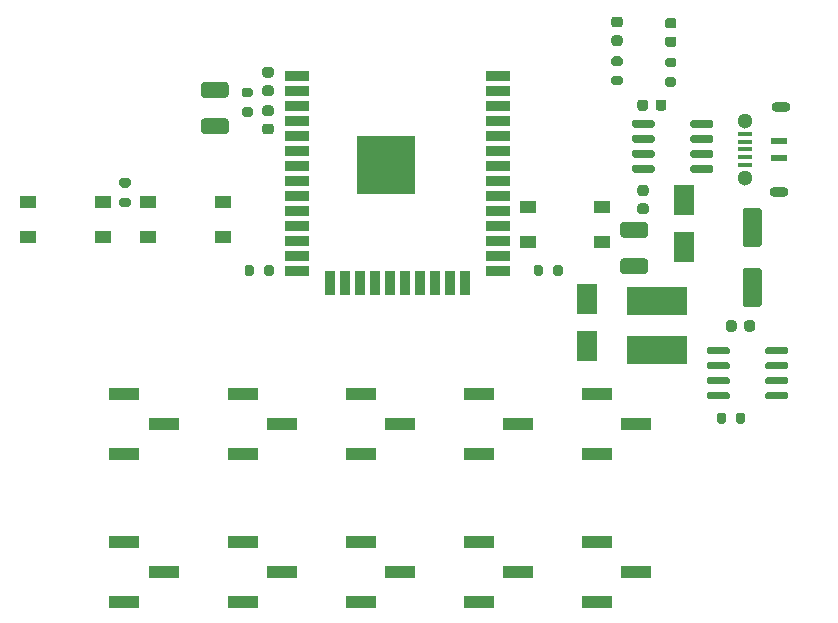
<source format=gbr>
G04 #@! TF.GenerationSoftware,KiCad,Pcbnew,(5.1.10-1-10_14)*
G04 #@! TF.CreationDate,2021-09-22T09:52:58+10:00*
G04 #@! TF.ProjectId,esp32_smart_keezer,65737033-325f-4736-9d61-72745f6b6565,1*
G04 #@! TF.SameCoordinates,Original*
G04 #@! TF.FileFunction,Paste,Top*
G04 #@! TF.FilePolarity,Positive*
%FSLAX46Y46*%
G04 Gerber Fmt 4.6, Leading zero omitted, Abs format (unit mm)*
G04 Created by KiCad (PCBNEW (5.1.10-1-10_14)) date 2021-09-22 09:52:58*
%MOMM*%
%LPD*%
G01*
G04 APERTURE LIST*
%ADD10C,1.300000*%
%ADD11O,1.600000X0.850000*%
%ADD12R,1.350000X0.600000*%
%ADD13R,1.250000X0.400000*%
%ADD14R,5.000000X5.000000*%
%ADD15R,2.000000X0.900000*%
%ADD16R,0.900000X2.000000*%
%ADD17R,1.400000X1.000000*%
%ADD18R,2.510000X1.000000*%
%ADD19R,1.800000X2.500000*%
%ADD20R,5.100000X2.350000*%
G04 APERTURE END LIST*
D10*
X171050000Y-86000000D03*
X171050000Y-90800000D03*
D11*
X174050000Y-84800000D03*
D12*
X173950000Y-87650000D03*
X173950000Y-89150000D03*
D11*
X173950000Y-92000000D03*
D13*
X171050000Y-87100000D03*
X171050000Y-87750000D03*
X171050000Y-88400000D03*
X171050000Y-89050000D03*
X171050000Y-89700000D03*
G36*
G01*
X130400000Y-86225000D02*
X130900000Y-86225000D01*
G75*
G02*
X131125000Y-86450000I0J-225000D01*
G01*
X131125000Y-86900000D01*
G75*
G02*
X130900000Y-87125000I-225000J0D01*
G01*
X130400000Y-87125000D01*
G75*
G02*
X130175000Y-86900000I0J225000D01*
G01*
X130175000Y-86450000D01*
G75*
G02*
X130400000Y-86225000I225000J0D01*
G01*
G37*
G36*
G01*
X130400000Y-84675000D02*
X130900000Y-84675000D01*
G75*
G02*
X131125000Y-84900000I0J-225000D01*
G01*
X131125000Y-85350000D01*
G75*
G02*
X130900000Y-85575000I-225000J0D01*
G01*
X130400000Y-85575000D01*
G75*
G02*
X130175000Y-85350000I0J225000D01*
G01*
X130175000Y-84900000D01*
G75*
G02*
X130400000Y-84675000I225000J0D01*
G01*
G37*
G36*
G01*
X162150000Y-91425000D02*
X162650000Y-91425000D01*
G75*
G02*
X162875000Y-91650000I0J-225000D01*
G01*
X162875000Y-92100000D01*
G75*
G02*
X162650000Y-92325000I-225000J0D01*
G01*
X162150000Y-92325000D01*
G75*
G02*
X161925000Y-92100000I0J225000D01*
G01*
X161925000Y-91650000D01*
G75*
G02*
X162150000Y-91425000I225000J0D01*
G01*
G37*
G36*
G01*
X162150000Y-92975000D02*
X162650000Y-92975000D01*
G75*
G02*
X162875000Y-93200000I0J-225000D01*
G01*
X162875000Y-93650000D01*
G75*
G02*
X162650000Y-93875000I-225000J0D01*
G01*
X162150000Y-93875000D01*
G75*
G02*
X161925000Y-93650000I0J225000D01*
G01*
X161925000Y-93200000D01*
G75*
G02*
X162150000Y-92975000I225000J0D01*
G01*
G37*
G36*
G01*
X163475000Y-84900000D02*
X163475000Y-84400000D01*
G75*
G02*
X163700000Y-84175000I225000J0D01*
G01*
X164150000Y-84175000D01*
G75*
G02*
X164375000Y-84400000I0J-225000D01*
G01*
X164375000Y-84900000D01*
G75*
G02*
X164150000Y-85125000I-225000J0D01*
G01*
X163700000Y-85125000D01*
G75*
G02*
X163475000Y-84900000I0J225000D01*
G01*
G37*
G36*
G01*
X161925000Y-84900000D02*
X161925000Y-84400000D01*
G75*
G02*
X162150000Y-84175000I225000J0D01*
G01*
X162600000Y-84175000D01*
G75*
G02*
X162825000Y-84400000I0J-225000D01*
G01*
X162825000Y-84900000D01*
G75*
G02*
X162600000Y-85125000I-225000J0D01*
G01*
X162150000Y-85125000D01*
G75*
G02*
X161925000Y-84900000I0J225000D01*
G01*
G37*
G36*
G01*
X125224997Y-82700000D02*
X127075003Y-82700000D01*
G75*
G02*
X127325000Y-82949997I0J-249997D01*
G01*
X127325000Y-83775003D01*
G75*
G02*
X127075003Y-84025000I-249997J0D01*
G01*
X125224997Y-84025000D01*
G75*
G02*
X124975000Y-83775003I0J249997D01*
G01*
X124975000Y-82949997D01*
G75*
G02*
X125224997Y-82700000I249997J0D01*
G01*
G37*
G36*
G01*
X125224997Y-85775000D02*
X127075003Y-85775000D01*
G75*
G02*
X127325000Y-86024997I0J-249997D01*
G01*
X127325000Y-86850003D01*
G75*
G02*
X127075003Y-87100000I-249997J0D01*
G01*
X125224997Y-87100000D01*
G75*
G02*
X124975000Y-86850003I0J249997D01*
G01*
X124975000Y-86024997D01*
G75*
G02*
X125224997Y-85775000I249997J0D01*
G01*
G37*
G36*
G01*
X130900000Y-83875000D02*
X130400000Y-83875000D01*
G75*
G02*
X130175000Y-83650000I0J225000D01*
G01*
X130175000Y-83200000D01*
G75*
G02*
X130400000Y-82975000I225000J0D01*
G01*
X130900000Y-82975000D01*
G75*
G02*
X131125000Y-83200000I0J-225000D01*
G01*
X131125000Y-83650000D01*
G75*
G02*
X130900000Y-83875000I-225000J0D01*
G01*
G37*
G36*
G01*
X130900000Y-82325000D02*
X130400000Y-82325000D01*
G75*
G02*
X130175000Y-82100000I0J225000D01*
G01*
X130175000Y-81650000D01*
G75*
G02*
X130400000Y-81425000I225000J0D01*
G01*
X130900000Y-81425000D01*
G75*
G02*
X131125000Y-81650000I0J-225000D01*
G01*
X131125000Y-82100000D01*
G75*
G02*
X130900000Y-82325000I-225000J0D01*
G01*
G37*
G36*
G01*
X160456250Y-79625000D02*
X159943750Y-79625000D01*
G75*
G02*
X159725000Y-79406250I0J218750D01*
G01*
X159725000Y-78968750D01*
G75*
G02*
X159943750Y-78750000I218750J0D01*
G01*
X160456250Y-78750000D01*
G75*
G02*
X160675000Y-78968750I0J-218750D01*
G01*
X160675000Y-79406250D01*
G75*
G02*
X160456250Y-79625000I-218750J0D01*
G01*
G37*
G36*
G01*
X160456250Y-78050000D02*
X159943750Y-78050000D01*
G75*
G02*
X159725000Y-77831250I0J218750D01*
G01*
X159725000Y-77393750D01*
G75*
G02*
X159943750Y-77175000I218750J0D01*
G01*
X160456250Y-77175000D01*
G75*
G02*
X160675000Y-77393750I0J-218750D01*
G01*
X160675000Y-77831250D01*
G75*
G02*
X160456250Y-78050000I-218750J0D01*
G01*
G37*
G36*
G01*
X165006250Y-79725000D02*
X164493750Y-79725000D01*
G75*
G02*
X164275000Y-79506250I0J218750D01*
G01*
X164275000Y-79068750D01*
G75*
G02*
X164493750Y-78850000I218750J0D01*
G01*
X165006250Y-78850000D01*
G75*
G02*
X165225000Y-79068750I0J-218750D01*
G01*
X165225000Y-79506250D01*
G75*
G02*
X165006250Y-79725000I-218750J0D01*
G01*
G37*
G36*
G01*
X165006250Y-78150000D02*
X164493750Y-78150000D01*
G75*
G02*
X164275000Y-77931250I0J218750D01*
G01*
X164275000Y-77493750D01*
G75*
G02*
X164493750Y-77275000I218750J0D01*
G01*
X165006250Y-77275000D01*
G75*
G02*
X165225000Y-77493750I0J-218750D01*
G01*
X165225000Y-77931250D01*
G75*
G02*
X165006250Y-78150000I-218750J0D01*
G01*
G37*
G36*
G01*
X128625000Y-84825000D02*
X129175000Y-84825000D01*
G75*
G02*
X129375000Y-85025000I0J-200000D01*
G01*
X129375000Y-85425000D01*
G75*
G02*
X129175000Y-85625000I-200000J0D01*
G01*
X128625000Y-85625000D01*
G75*
G02*
X128425000Y-85425000I0J200000D01*
G01*
X128425000Y-85025000D01*
G75*
G02*
X128625000Y-84825000I200000J0D01*
G01*
G37*
G36*
G01*
X128625000Y-83175000D02*
X129175000Y-83175000D01*
G75*
G02*
X129375000Y-83375000I0J-200000D01*
G01*
X129375000Y-83775000D01*
G75*
G02*
X129175000Y-83975000I-200000J0D01*
G01*
X128625000Y-83975000D01*
G75*
G02*
X128425000Y-83775000I0J200000D01*
G01*
X128425000Y-83375000D01*
G75*
G02*
X128625000Y-83175000I200000J0D01*
G01*
G37*
G36*
G01*
X159925000Y-82175000D02*
X160475000Y-82175000D01*
G75*
G02*
X160675000Y-82375000I0J-200000D01*
G01*
X160675000Y-82775000D01*
G75*
G02*
X160475000Y-82975000I-200000J0D01*
G01*
X159925000Y-82975000D01*
G75*
G02*
X159725000Y-82775000I0J200000D01*
G01*
X159725000Y-82375000D01*
G75*
G02*
X159925000Y-82175000I200000J0D01*
G01*
G37*
G36*
G01*
X159925000Y-80525000D02*
X160475000Y-80525000D01*
G75*
G02*
X160675000Y-80725000I0J-200000D01*
G01*
X160675000Y-81125000D01*
G75*
G02*
X160475000Y-81325000I-200000J0D01*
G01*
X159925000Y-81325000D01*
G75*
G02*
X159725000Y-81125000I0J200000D01*
G01*
X159725000Y-80725000D01*
G75*
G02*
X159925000Y-80525000I200000J0D01*
G01*
G37*
G36*
G01*
X164475000Y-80625000D02*
X165025000Y-80625000D01*
G75*
G02*
X165225000Y-80825000I0J-200000D01*
G01*
X165225000Y-81225000D01*
G75*
G02*
X165025000Y-81425000I-200000J0D01*
G01*
X164475000Y-81425000D01*
G75*
G02*
X164275000Y-81225000I0J200000D01*
G01*
X164275000Y-80825000D01*
G75*
G02*
X164475000Y-80625000I200000J0D01*
G01*
G37*
G36*
G01*
X164475000Y-82275000D02*
X165025000Y-82275000D01*
G75*
G02*
X165225000Y-82475000I0J-200000D01*
G01*
X165225000Y-82875000D01*
G75*
G02*
X165025000Y-83075000I-200000J0D01*
G01*
X164475000Y-83075000D01*
G75*
G02*
X164275000Y-82875000I0J200000D01*
G01*
X164275000Y-82475000D01*
G75*
G02*
X164475000Y-82275000I200000J0D01*
G01*
G37*
G36*
G01*
X130325000Y-98925000D02*
X130325000Y-98375000D01*
G75*
G02*
X130525000Y-98175000I200000J0D01*
G01*
X130925000Y-98175000D01*
G75*
G02*
X131125000Y-98375000I0J-200000D01*
G01*
X131125000Y-98925000D01*
G75*
G02*
X130925000Y-99125000I-200000J0D01*
G01*
X130525000Y-99125000D01*
G75*
G02*
X130325000Y-98925000I0J200000D01*
G01*
G37*
G36*
G01*
X128675000Y-98925000D02*
X128675000Y-98375000D01*
G75*
G02*
X128875000Y-98175000I200000J0D01*
G01*
X129275000Y-98175000D01*
G75*
G02*
X129475000Y-98375000I0J-200000D01*
G01*
X129475000Y-98925000D01*
G75*
G02*
X129275000Y-99125000I-200000J0D01*
G01*
X128875000Y-99125000D01*
G75*
G02*
X128675000Y-98925000I0J200000D01*
G01*
G37*
G36*
G01*
X155600000Y-98375000D02*
X155600000Y-98925000D01*
G75*
G02*
X155400000Y-99125000I-200000J0D01*
G01*
X155000000Y-99125000D01*
G75*
G02*
X154800000Y-98925000I0J200000D01*
G01*
X154800000Y-98375000D01*
G75*
G02*
X155000000Y-98175000I200000J0D01*
G01*
X155400000Y-98175000D01*
G75*
G02*
X155600000Y-98375000I0J-200000D01*
G01*
G37*
G36*
G01*
X153950000Y-98375000D02*
X153950000Y-98925000D01*
G75*
G02*
X153750000Y-99125000I-200000J0D01*
G01*
X153350000Y-99125000D01*
G75*
G02*
X153150000Y-98925000I0J200000D01*
G01*
X153150000Y-98375000D01*
G75*
G02*
X153350000Y-98175000I200000J0D01*
G01*
X153750000Y-98175000D01*
G75*
G02*
X153950000Y-98375000I0J-200000D01*
G01*
G37*
D14*
X140625000Y-89720000D03*
D15*
X133125000Y-82220000D03*
X133125000Y-83490000D03*
X133125000Y-84760000D03*
X133125000Y-86030000D03*
X133125000Y-87300000D03*
X133125000Y-88570000D03*
X133125000Y-89840000D03*
X133125000Y-91110000D03*
X133125000Y-92380000D03*
X133125000Y-93650000D03*
X133125000Y-94920000D03*
X133125000Y-96190000D03*
X133125000Y-97460000D03*
X133125000Y-98730000D03*
D16*
X135910000Y-99730000D03*
X137180000Y-99730000D03*
X138450000Y-99730000D03*
X139720000Y-99730000D03*
X140990000Y-99730000D03*
X142260000Y-99730000D03*
X143530000Y-99730000D03*
X144800000Y-99730000D03*
X146070000Y-99730000D03*
X147340000Y-99730000D03*
D15*
X150125000Y-98730000D03*
X150125000Y-97460000D03*
X150125000Y-96190000D03*
X150125000Y-94920000D03*
X150125000Y-93650000D03*
X150125000Y-92380000D03*
X150125000Y-91110000D03*
X150125000Y-89840000D03*
X150125000Y-88570000D03*
X150125000Y-87300000D03*
X150125000Y-86030000D03*
X150125000Y-84760000D03*
X150125000Y-83490000D03*
X150125000Y-82220000D03*
G36*
G01*
X118825000Y-93275000D02*
X118275000Y-93275000D01*
G75*
G02*
X118075000Y-93075000I0J200000D01*
G01*
X118075000Y-92675000D01*
G75*
G02*
X118275000Y-92475000I200000J0D01*
G01*
X118825000Y-92475000D01*
G75*
G02*
X119025000Y-92675000I0J-200000D01*
G01*
X119025000Y-93075000D01*
G75*
G02*
X118825000Y-93275000I-200000J0D01*
G01*
G37*
G36*
G01*
X118825000Y-91625000D02*
X118275000Y-91625000D01*
G75*
G02*
X118075000Y-91425000I0J200000D01*
G01*
X118075000Y-91025000D01*
G75*
G02*
X118275000Y-90825000I200000J0D01*
G01*
X118825000Y-90825000D01*
G75*
G02*
X119025000Y-91025000I0J-200000D01*
G01*
X119025000Y-91425000D01*
G75*
G02*
X118825000Y-91625000I-200000J0D01*
G01*
G37*
D17*
X116650000Y-92850000D03*
X110350000Y-92850000D03*
X110350000Y-95850000D03*
X116650000Y-95850000D03*
X158950000Y-96250000D03*
X152650000Y-96250000D03*
X152650000Y-93250000D03*
X158950000Y-93250000D03*
X126800000Y-92850000D03*
X120500000Y-92850000D03*
X120500000Y-95850000D03*
X126800000Y-95850000D03*
G36*
G01*
X168350000Y-89905000D02*
X168350000Y-90205000D01*
G75*
G02*
X168200000Y-90355000I-150000J0D01*
G01*
X166550000Y-90355000D01*
G75*
G02*
X166400000Y-90205000I0J150000D01*
G01*
X166400000Y-89905000D01*
G75*
G02*
X166550000Y-89755000I150000J0D01*
G01*
X168200000Y-89755000D01*
G75*
G02*
X168350000Y-89905000I0J-150000D01*
G01*
G37*
G36*
G01*
X168350000Y-88635000D02*
X168350000Y-88935000D01*
G75*
G02*
X168200000Y-89085000I-150000J0D01*
G01*
X166550000Y-89085000D01*
G75*
G02*
X166400000Y-88935000I0J150000D01*
G01*
X166400000Y-88635000D01*
G75*
G02*
X166550000Y-88485000I150000J0D01*
G01*
X168200000Y-88485000D01*
G75*
G02*
X168350000Y-88635000I0J-150000D01*
G01*
G37*
G36*
G01*
X168350000Y-87365000D02*
X168350000Y-87665000D01*
G75*
G02*
X168200000Y-87815000I-150000J0D01*
G01*
X166550000Y-87815000D01*
G75*
G02*
X166400000Y-87665000I0J150000D01*
G01*
X166400000Y-87365000D01*
G75*
G02*
X166550000Y-87215000I150000J0D01*
G01*
X168200000Y-87215000D01*
G75*
G02*
X168350000Y-87365000I0J-150000D01*
G01*
G37*
G36*
G01*
X168350000Y-86095000D02*
X168350000Y-86395000D01*
G75*
G02*
X168200000Y-86545000I-150000J0D01*
G01*
X166550000Y-86545000D01*
G75*
G02*
X166400000Y-86395000I0J150000D01*
G01*
X166400000Y-86095000D01*
G75*
G02*
X166550000Y-85945000I150000J0D01*
G01*
X168200000Y-85945000D01*
G75*
G02*
X168350000Y-86095000I0J-150000D01*
G01*
G37*
G36*
G01*
X163400000Y-86095000D02*
X163400000Y-86395000D01*
G75*
G02*
X163250000Y-86545000I-150000J0D01*
G01*
X161600000Y-86545000D01*
G75*
G02*
X161450000Y-86395000I0J150000D01*
G01*
X161450000Y-86095000D01*
G75*
G02*
X161600000Y-85945000I150000J0D01*
G01*
X163250000Y-85945000D01*
G75*
G02*
X163400000Y-86095000I0J-150000D01*
G01*
G37*
G36*
G01*
X163400000Y-87365000D02*
X163400000Y-87665000D01*
G75*
G02*
X163250000Y-87815000I-150000J0D01*
G01*
X161600000Y-87815000D01*
G75*
G02*
X161450000Y-87665000I0J150000D01*
G01*
X161450000Y-87365000D01*
G75*
G02*
X161600000Y-87215000I150000J0D01*
G01*
X163250000Y-87215000D01*
G75*
G02*
X163400000Y-87365000I0J-150000D01*
G01*
G37*
G36*
G01*
X163400000Y-88635000D02*
X163400000Y-88935000D01*
G75*
G02*
X163250000Y-89085000I-150000J0D01*
G01*
X161600000Y-89085000D01*
G75*
G02*
X161450000Y-88935000I0J150000D01*
G01*
X161450000Y-88635000D01*
G75*
G02*
X161600000Y-88485000I150000J0D01*
G01*
X163250000Y-88485000D01*
G75*
G02*
X163400000Y-88635000I0J-150000D01*
G01*
G37*
G36*
G01*
X163400000Y-89905000D02*
X163400000Y-90205000D01*
G75*
G02*
X163250000Y-90355000I-150000J0D01*
G01*
X161600000Y-90355000D01*
G75*
G02*
X161450000Y-90205000I0J150000D01*
G01*
X161450000Y-89905000D01*
G75*
G02*
X161600000Y-89755000I150000J0D01*
G01*
X163250000Y-89755000D01*
G75*
G02*
X163400000Y-89905000I0J-150000D01*
G01*
G37*
D18*
X118495000Y-109110000D03*
X118495000Y-114190000D03*
X121805000Y-111650000D03*
X131805000Y-111650000D03*
X128495000Y-114190000D03*
X128495000Y-109110000D03*
X138495000Y-109110000D03*
X138495000Y-114190000D03*
X141805000Y-111650000D03*
X151805000Y-111650000D03*
X148495000Y-114190000D03*
X148495000Y-109110000D03*
X158495000Y-109110000D03*
X158495000Y-114190000D03*
X161805000Y-111650000D03*
X118495000Y-121660000D03*
X118495000Y-126740000D03*
X121805000Y-124200000D03*
X131805000Y-124200000D03*
X128495000Y-126740000D03*
X128495000Y-121660000D03*
X138495000Y-121660000D03*
X138495000Y-126740000D03*
X141805000Y-124200000D03*
X151805000Y-124200000D03*
X148495000Y-126740000D03*
X148495000Y-121660000D03*
X161805000Y-124200000D03*
X158495000Y-126740000D03*
X158495000Y-121660000D03*
D19*
X165850000Y-96700000D03*
X165850000Y-92700000D03*
G36*
G01*
X171100000Y-93350000D02*
X172200000Y-93350000D01*
G75*
G02*
X172450000Y-93600000I0J-250000D01*
G01*
X172450000Y-96425000D01*
G75*
G02*
X172200000Y-96675000I-250000J0D01*
G01*
X171100000Y-96675000D01*
G75*
G02*
X170850000Y-96425000I0J250000D01*
G01*
X170850000Y-93600000D01*
G75*
G02*
X171100000Y-93350000I250000J0D01*
G01*
G37*
G36*
G01*
X171100000Y-98425000D02*
X172200000Y-98425000D01*
G75*
G02*
X172450000Y-98675000I0J-250000D01*
G01*
X172450000Y-101500000D01*
G75*
G02*
X172200000Y-101750000I-250000J0D01*
G01*
X171100000Y-101750000D01*
G75*
G02*
X170850000Y-101500000I0J250000D01*
G01*
X170850000Y-98675000D01*
G75*
G02*
X171100000Y-98425000I250000J0D01*
G01*
G37*
G36*
G01*
X169425000Y-103600000D02*
X169425000Y-103100000D01*
G75*
G02*
X169650000Y-102875000I225000J0D01*
G01*
X170100000Y-102875000D01*
G75*
G02*
X170325000Y-103100000I0J-225000D01*
G01*
X170325000Y-103600000D01*
G75*
G02*
X170100000Y-103825000I-225000J0D01*
G01*
X169650000Y-103825000D01*
G75*
G02*
X169425000Y-103600000I0J225000D01*
G01*
G37*
G36*
G01*
X170975000Y-103600000D02*
X170975000Y-103100000D01*
G75*
G02*
X171200000Y-102875000I225000J0D01*
G01*
X171650000Y-102875000D01*
G75*
G02*
X171875000Y-103100000I0J-225000D01*
G01*
X171875000Y-103600000D01*
G75*
G02*
X171650000Y-103825000I-225000J0D01*
G01*
X171200000Y-103825000D01*
G75*
G02*
X170975000Y-103600000I0J225000D01*
G01*
G37*
G36*
G01*
X162575003Y-98950000D02*
X160724997Y-98950000D01*
G75*
G02*
X160475000Y-98700003I0J249997D01*
G01*
X160475000Y-97874997D01*
G75*
G02*
X160724997Y-97625000I249997J0D01*
G01*
X162575003Y-97625000D01*
G75*
G02*
X162825000Y-97874997I0J-249997D01*
G01*
X162825000Y-98700003D01*
G75*
G02*
X162575003Y-98950000I-249997J0D01*
G01*
G37*
G36*
G01*
X162575003Y-95875000D02*
X160724997Y-95875000D01*
G75*
G02*
X160475000Y-95625003I0J249997D01*
G01*
X160475000Y-94799997D01*
G75*
G02*
X160724997Y-94550000I249997J0D01*
G01*
X162575003Y-94550000D01*
G75*
G02*
X162825000Y-94799997I0J-249997D01*
G01*
X162825000Y-95625003D01*
G75*
G02*
X162575003Y-95875000I-249997J0D01*
G01*
G37*
X157650000Y-101050000D03*
X157650000Y-105050000D03*
D20*
X163550000Y-105425000D03*
X163550000Y-101275000D03*
G36*
G01*
X171075000Y-110875000D02*
X171075000Y-111425000D01*
G75*
G02*
X170875000Y-111625000I-200000J0D01*
G01*
X170475000Y-111625000D01*
G75*
G02*
X170275000Y-111425000I0J200000D01*
G01*
X170275000Y-110875000D01*
G75*
G02*
X170475000Y-110675000I200000J0D01*
G01*
X170875000Y-110675000D01*
G75*
G02*
X171075000Y-110875000I0J-200000D01*
G01*
G37*
G36*
G01*
X169425000Y-110875000D02*
X169425000Y-111425000D01*
G75*
G02*
X169225000Y-111625000I-200000J0D01*
G01*
X168825000Y-111625000D01*
G75*
G02*
X168625000Y-111425000I0J200000D01*
G01*
X168625000Y-110875000D01*
G75*
G02*
X168825000Y-110675000I200000J0D01*
G01*
X169225000Y-110675000D01*
G75*
G02*
X169425000Y-110875000I0J-200000D01*
G01*
G37*
G36*
G01*
X167800000Y-105595000D02*
X167800000Y-105295000D01*
G75*
G02*
X167950000Y-105145000I150000J0D01*
G01*
X169600000Y-105145000D01*
G75*
G02*
X169750000Y-105295000I0J-150000D01*
G01*
X169750000Y-105595000D01*
G75*
G02*
X169600000Y-105745000I-150000J0D01*
G01*
X167950000Y-105745000D01*
G75*
G02*
X167800000Y-105595000I0J150000D01*
G01*
G37*
G36*
G01*
X167800000Y-106865000D02*
X167800000Y-106565000D01*
G75*
G02*
X167950000Y-106415000I150000J0D01*
G01*
X169600000Y-106415000D01*
G75*
G02*
X169750000Y-106565000I0J-150000D01*
G01*
X169750000Y-106865000D01*
G75*
G02*
X169600000Y-107015000I-150000J0D01*
G01*
X167950000Y-107015000D01*
G75*
G02*
X167800000Y-106865000I0J150000D01*
G01*
G37*
G36*
G01*
X167800000Y-108135000D02*
X167800000Y-107835000D01*
G75*
G02*
X167950000Y-107685000I150000J0D01*
G01*
X169600000Y-107685000D01*
G75*
G02*
X169750000Y-107835000I0J-150000D01*
G01*
X169750000Y-108135000D01*
G75*
G02*
X169600000Y-108285000I-150000J0D01*
G01*
X167950000Y-108285000D01*
G75*
G02*
X167800000Y-108135000I0J150000D01*
G01*
G37*
G36*
G01*
X167800000Y-109405000D02*
X167800000Y-109105000D01*
G75*
G02*
X167950000Y-108955000I150000J0D01*
G01*
X169600000Y-108955000D01*
G75*
G02*
X169750000Y-109105000I0J-150000D01*
G01*
X169750000Y-109405000D01*
G75*
G02*
X169600000Y-109555000I-150000J0D01*
G01*
X167950000Y-109555000D01*
G75*
G02*
X167800000Y-109405000I0J150000D01*
G01*
G37*
G36*
G01*
X172750000Y-109405000D02*
X172750000Y-109105000D01*
G75*
G02*
X172900000Y-108955000I150000J0D01*
G01*
X174550000Y-108955000D01*
G75*
G02*
X174700000Y-109105000I0J-150000D01*
G01*
X174700000Y-109405000D01*
G75*
G02*
X174550000Y-109555000I-150000J0D01*
G01*
X172900000Y-109555000D01*
G75*
G02*
X172750000Y-109405000I0J150000D01*
G01*
G37*
G36*
G01*
X172750000Y-108135000D02*
X172750000Y-107835000D01*
G75*
G02*
X172900000Y-107685000I150000J0D01*
G01*
X174550000Y-107685000D01*
G75*
G02*
X174700000Y-107835000I0J-150000D01*
G01*
X174700000Y-108135000D01*
G75*
G02*
X174550000Y-108285000I-150000J0D01*
G01*
X172900000Y-108285000D01*
G75*
G02*
X172750000Y-108135000I0J150000D01*
G01*
G37*
G36*
G01*
X172750000Y-106865000D02*
X172750000Y-106565000D01*
G75*
G02*
X172900000Y-106415000I150000J0D01*
G01*
X174550000Y-106415000D01*
G75*
G02*
X174700000Y-106565000I0J-150000D01*
G01*
X174700000Y-106865000D01*
G75*
G02*
X174550000Y-107015000I-150000J0D01*
G01*
X172900000Y-107015000D01*
G75*
G02*
X172750000Y-106865000I0J150000D01*
G01*
G37*
G36*
G01*
X172750000Y-105595000D02*
X172750000Y-105295000D01*
G75*
G02*
X172900000Y-105145000I150000J0D01*
G01*
X174550000Y-105145000D01*
G75*
G02*
X174700000Y-105295000I0J-150000D01*
G01*
X174700000Y-105595000D01*
G75*
G02*
X174550000Y-105745000I-150000J0D01*
G01*
X172900000Y-105745000D01*
G75*
G02*
X172750000Y-105595000I0J150000D01*
G01*
G37*
M02*

</source>
